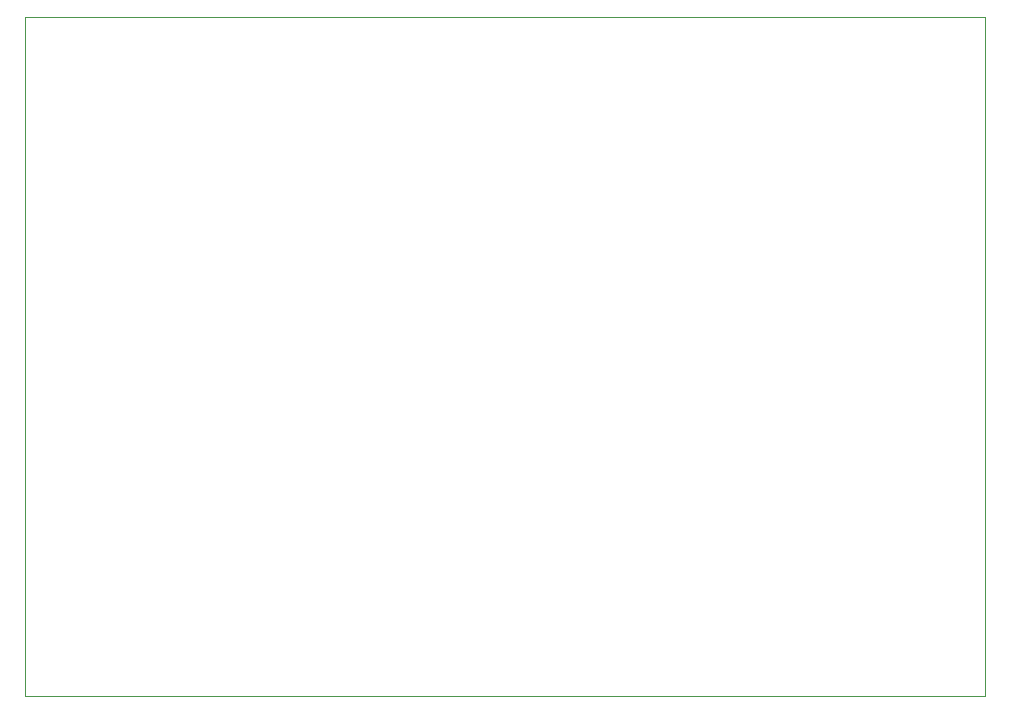
<source format=gbr>
%TF.GenerationSoftware,KiCad,Pcbnew,7.0.6*%
%TF.CreationDate,2023-08-22T16:48:19+01:00*%
%TF.ProjectId,trigger_cable,74726967-6765-4725-9f63-61626c652e6b,rev?*%
%TF.SameCoordinates,Original*%
%TF.FileFunction,Profile,NP*%
%FSLAX46Y46*%
G04 Gerber Fmt 4.6, Leading zero omitted, Abs format (unit mm)*
G04 Created by KiCad (PCBNEW 7.0.6) date 2023-08-22 16:48:19*
%MOMM*%
%LPD*%
G01*
G04 APERTURE LIST*
%TA.AperFunction,Profile*%
%ADD10C,0.100000*%
%TD*%
G04 APERTURE END LIST*
D10*
X43180000Y-55500000D02*
X43180000Y-113000000D01*
X124460000Y-55500000D02*
X124460000Y-113000000D01*
X124460000Y-113000000D02*
X68000000Y-113000000D01*
X68000000Y-113000000D02*
X43180000Y-113000000D01*
X43180000Y-55500000D02*
X124460000Y-55500000D01*
M02*

</source>
